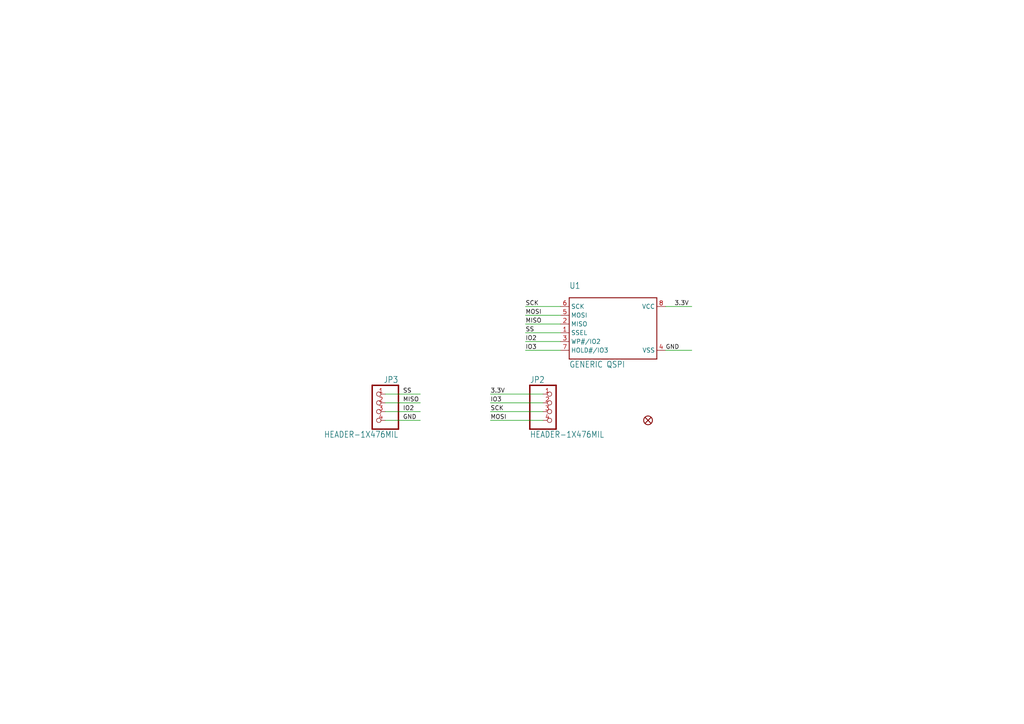
<source format=kicad_sch>
(kicad_sch (version 20211123) (generator eeschema)
  (paper "A4")
  (lib_symbols
    (symbol "eagleSchem-eagle-import:FIDUCIAL_1MM"
      (symbol "FIDUCIAL_1MM_1_0"
        (polyline (pts (xy -0.762 0.762) (xy 0.762 -0.762)) (stroke (width 0.254)))
        (polyline (pts (xy 0.762 0.762) (xy -0.762 -0.762)) (stroke (width 0.254)))
        (circle (center 0 0) (radius 1.27) (stroke (width 0.254)))
      )
    )
    (symbol "eagleSchem-eagle-import:HEADER-1X476MIL"
      (property "Reference" "JP" (at -6.35 8.255 0))
      (property "Value" "HEADER-1X476MIL" (at -6.35 -7.62 0))
      (symbol "HEADER-1X476MIL_1_0"
        (polyline (pts (xy -6.35 -5.08) (xy 1.27 -5.08)) (stroke (width 0.4064)))
        (polyline (pts (xy -6.35 7.62) (xy -6.35 -5.08)) (stroke (width 0.4064)))
        (polyline (pts (xy 1.27 -5.08) (xy 1.27 7.62)) (stroke (width 0.4064)))
        (polyline (pts (xy 1.27 7.62) (xy -6.35 7.62)) (stroke (width 0.4064)))
        (pin passive inverted (at -2.54 5.08 0) (length 2.54) (name "1") (number "1"))
        (pin passive inverted (at -2.54 2.54 0) (length 2.54) (name "2") (number "2"))
        (pin passive inverted (at -2.54 0 0) (length 2.54) (name "3") (number "3"))
        (pin passive inverted (at -2.54 -2.54 0) (length 2.54) (name "4") (number "4"))
      )
    )
    (symbol "eagleSchem-eagle-import:SPIFLASH_8PIN208MIL"
      (property "Reference" "U" (at -12.7 12.7 0))
      (property "Value" "SPIFLASH_8PIN208MIL" (at -12.7 -10.16 0))
      (symbol "SPIFLASH_8PIN208MIL_1_0"
        (polyline (pts (xy -12.7 -7.62) (xy -12.7 10.16)) (stroke (width 0.254)))
        (polyline (pts (xy -12.7 10.16) (xy 12.7 10.16)) (stroke (width 0.254)))
        (polyline (pts (xy 12.7 -7.62) (xy -12.7 -7.62)) (stroke (width 0.254)))
        (polyline (pts (xy 12.7 10.16) (xy 12.7 -7.62)) (stroke (width 0.254)))
        (pin bidirectional line (at -15.24 0 0) (length 2.54) (name "SSEL") (number "1"))
        (pin bidirectional line (at -15.24 2.54 0) (length 2.54) (name "MISO") (number "2"))
        (pin bidirectional line (at -15.24 -2.54 0) (length 2.54) (name "WP#/IO2") (number "3"))
        (pin bidirectional line (at 15.24 -5.08 180) (length 2.54) (name "VSS") (number "4"))
        (pin bidirectional line (at -15.24 5.08 0) (length 2.54) (name "MOSI") (number "5"))
        (pin bidirectional line (at -15.24 7.62 0) (length 2.54) (name "SCK") (number "6"))
        (pin bidirectional line (at -15.24 -5.08 0) (length 2.54) (name "HOLD#/IO3") (number "7"))
        (pin bidirectional line (at 15.24 7.62 180) (length 2.54) (name "VCC") (number "8"))
      )
    )
  )
  (wire (pts (xy 152.4 91.44) (xy 162.56 91.44)))
  (wire (pts (xy 142.24 114.3) (xy 157.48 114.3)))
  (wire (pts (xy 121.92 116.84) (xy 111.76 116.84)))
  (wire (pts (xy 162.56 99.06) (xy 152.4 99.06)))
  (wire (pts (xy 121.92 121.92) (xy 111.76 121.92)))
  (wire (pts (xy 111.76 119.38) (xy 121.92 119.38)))
  (wire (pts (xy 162.56 88.9) (xy 152.4 88.9)))
  (wire (pts (xy 111.76 114.3) (xy 121.92 114.3)))
  (wire (pts (xy 162.56 93.98) (xy 152.4 93.98)))
  (wire (pts (xy 193.04 101.6) (xy 200.66 101.6)))
  (wire (pts (xy 193.04 88.9) (xy 200.66 88.9)))
  (wire (pts (xy 142.24 116.84) (xy 157.48 116.84)))
  (wire (pts (xy 142.24 119.38) (xy 157.48 119.38)))
  (wire (pts (xy 152.4 101.6) (xy 162.56 101.6)))
  (wire (pts (xy 152.4 96.52) (xy 162.56 96.52)))
  (wire (pts (xy 142.24 121.92) (xy 157.48 121.92)))
  (label "MISO" (at 116.84 116.84 0) (effects (font (size 1.2446 1.2446))))
  (label "IO2" (at 152.4 99.06 0) (effects (font (size 1.2446 1.2446))))
  (label "MISO" (at 152.4 93.98 0) (effects (font (size 1.2446 1.2446))))
  (label "3.3V" (at 195.58 88.9 0) (effects (font (size 1.2446 1.2446))))
  (label "SS" (at 152.4 96.52 0) (effects (font (size 1.2446 1.2446))))
  (label "3.3V" (at 142.24 114.3 0) (effects (font (size 1.2446 1.2446))))
  (label "MOSI" (at 142.24 121.92 0) (effects (font (size 1.2446 1.2446))))
  (label "MOSI" (at 152.4 91.44 0) (effects (font (size 1.2446 1.2446))))
  (label "IO3" (at 152.4 101.6 0) (effects (font (size 1.2446 1.2446))))
  (label "SCK" (at 142.24 119.38 0) (effects (font (size 1.2446 1.2446))))
  (label "IO2" (at 116.84 119.38 0) (effects (font (size 1.2446 1.2446))))
  (label "IO3" (at 142.24 116.84 0) (effects (font (size 1.2446 1.2446))))
  (label "GND" (at 193.04 101.6 0) (effects (font (size 1.2446 1.2446))))
  (label "SCK" (at 152.4 88.9 0) (effects (font (size 1.2446 1.2446))))
  (label "SS" (at 116.84 114.3 0) (effects (font (size 1.2446 1.2446))))
  (label "GND" (at 116.84 121.92 0) (effects (font (size 1.2446 1.2446))))
  (symbol (lib_id "eagleSchem-eagle-import:HEADER-1X476MIL") (at 160.02 119.38 0) (unit 1)
    (property "Reference" "JP2" (at 153.67 111.125 0) (effects (font (size 1.778 1.5113)) (justify left bottom)))
    (property "Value" "HEADER-1X476MIL" (at 153.67 127 0) (effects (font (size 1.778 1.5113)) (justify left bottom)))
    (property "Footprint" "eagleSchem:1X04_ROUND_76" (effects hide))
  )
  (symbol (lib_id "eagleSchem-eagle-import:SPIFLASH_8PIN208MIL") (at 177.8 96.52 0) (unit 1)
    (property "Reference" "U1" (at 165.1 83.82 0) (effects (font (size 1.778 1.5113)) (justify left bottom)))
    (property "Value" "GENERIC QSPI" (at 165.1 106.68 0) (effects (font (size 1.778 1.5113)) (justify left bottom)))
    (property "Footprint" "eagleSchem:SOIC8_208MIL" (effects hide))
  )
  (symbol (lib_id "eagleSchem-eagle-import:FIDUCIAL_1MM") (at 187.96 121.92 0) (unit 1)
    (property "Reference" "FID1" (effects hide))
    (property "Value" "FIDUCIAL_1MM" (effects hide))
    (property "Footprint" "eagleSchem:FIDUCIAL_1MM" (effects hide))
  )
  (symbol (lib_id "eagleSchem-eagle-import:HEADER-1X476MIL") (at 109.22 119.38 0) (mirror y) (unit 1)
    (property "Reference" "JP3" (at 115.57 111.125 0) (effects (font (size 1.778 1.5113)) (justify left bottom)))
    (property "Value" "HEADER-1X476MIL" (at 115.57 127 0) (effects (font (size 1.778 1.5113)) (justify left bottom)))
    (property "Footprint" "eagleSchem:1X04_ROUND_76" (effects hide))
  )
)
</source>
